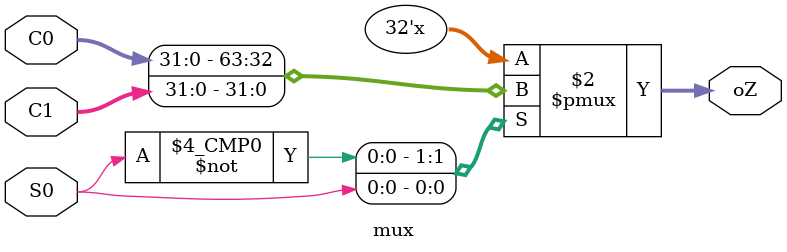
<source format=v>

`timescale 1ns / 1ps
module mux(
    input [31:0] C0,
    input [31:0] C1,
    input S0,
    output reg [31:0] oZ
    );

    always @(C0 or C1 or S0) begin
        case(S0)
            1'b0: oZ <= C0;
            1'b1: oZ <= C1;
        endcase
   end
   
endmodule
</source>
